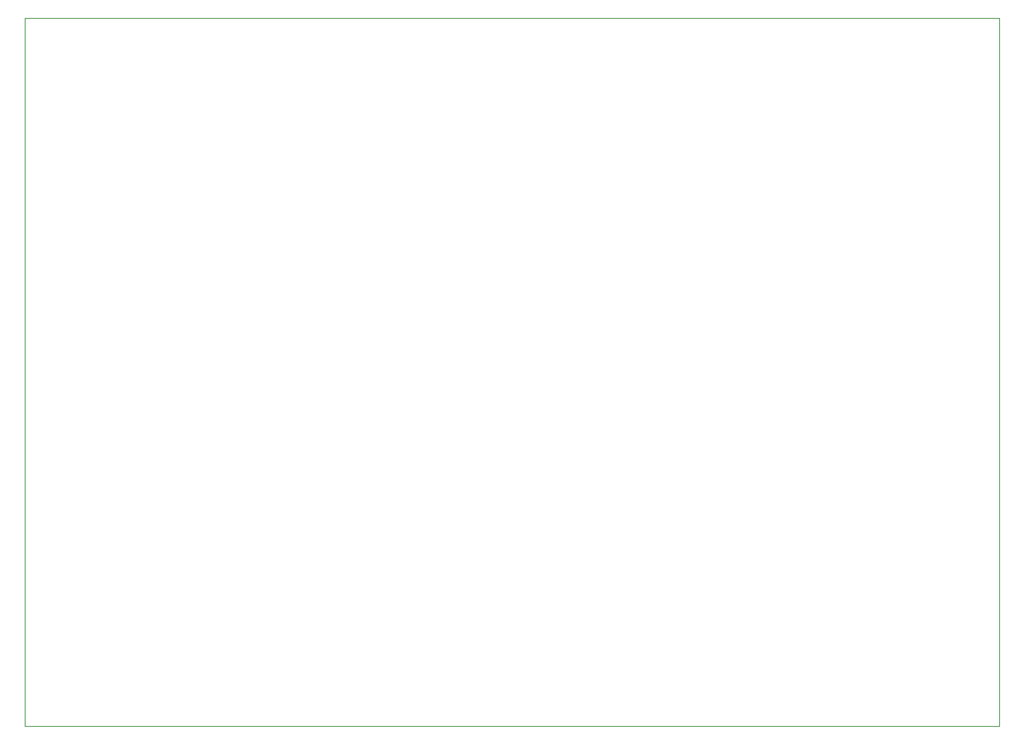
<source format=gbr>
%TF.GenerationSoftware,KiCad,Pcbnew,(5.1.10)-1*%
%TF.CreationDate,2022-06-08T23:05:14+10:00*%
%TF.ProjectId,beehive,62656568-6976-4652-9e6b-696361645f70,rev?*%
%TF.SameCoordinates,Original*%
%TF.FileFunction,Profile,NP*%
%FSLAX46Y46*%
G04 Gerber Fmt 4.6, Leading zero omitted, Abs format (unit mm)*
G04 Created by KiCad (PCBNEW (5.1.10)-1) date 2022-06-08 23:05:14*
%MOMM*%
%LPD*%
G01*
G04 APERTURE LIST*
%TA.AperFunction,Profile*%
%ADD10C,0.050000*%
%TD*%
G04 APERTURE END LIST*
D10*
X100000000Y-140000000D02*
X210000000Y-140000000D01*
X100000000Y-60000000D02*
X210000000Y-60000000D01*
X100000000Y-60000000D02*
X100000000Y-140000000D01*
X210000000Y-140000000D02*
X210000000Y-60000000D01*
M02*

</source>
